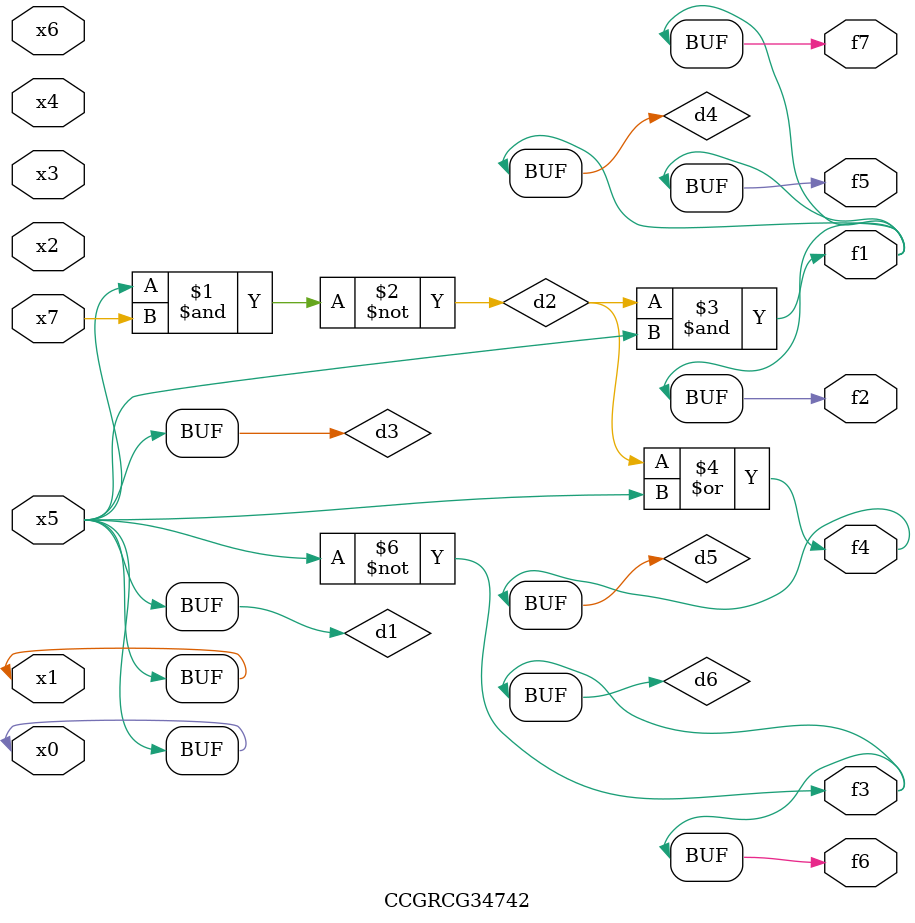
<source format=v>
module CCGRCG34742(
	input x0, x1, x2, x3, x4, x5, x6, x7,
	output f1, f2, f3, f4, f5, f6, f7
);

	wire d1, d2, d3, d4, d5, d6;

	buf (d1, x0, x5);
	nand (d2, x5, x7);
	buf (d3, x0, x1);
	and (d4, d2, d3);
	or (d5, d2, d3);
	nor (d6, d1, d3);
	assign f1 = d4;
	assign f2 = d4;
	assign f3 = d6;
	assign f4 = d5;
	assign f5 = d4;
	assign f6 = d6;
	assign f7 = d4;
endmodule

</source>
